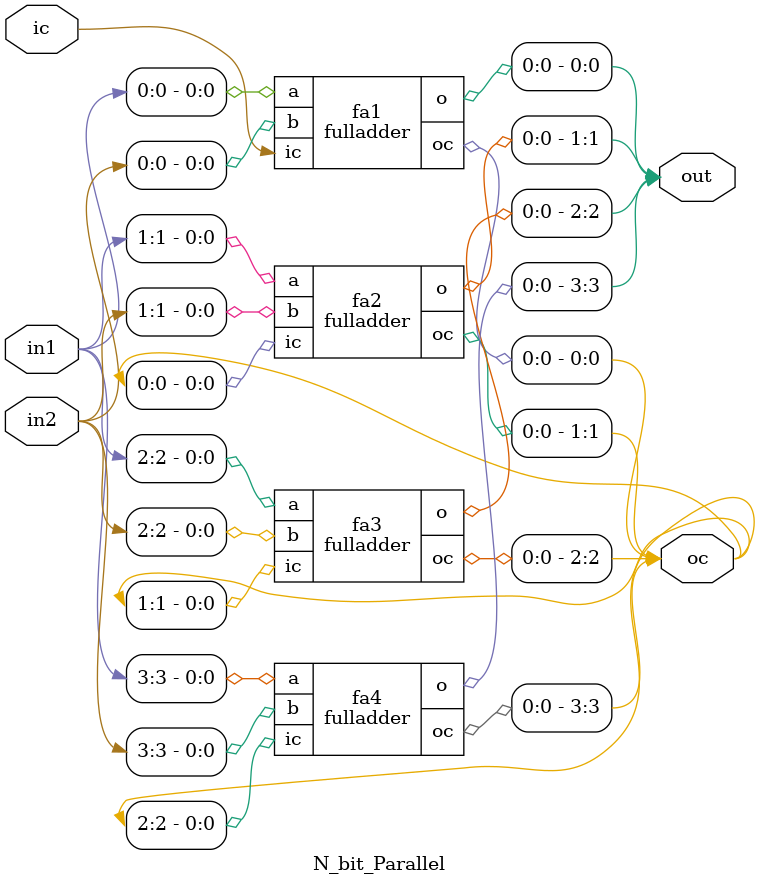
<source format=v>
`timescale 1ns / 1ps
module fulladder(a,b,ic,o,oc);
 
input a,b,ic;
 
output o,oc;
 
assign o = (~ic & ((a & ~b) | (~a & b)) ) | (ic & ~((a & ~b) | (~a & b)) );
 
assign oc = (a & b) | (b & ic) | (ic & a);
 
endmodule

module N_bit_Parallel(in1,in2,ic,out,oc);

input [3:0]in1;
 
input [3:0]in2;
 
input ic;
 
output [3:0]out;
 
output [3:0]oc;
 
fulladder fa1(in1[0],in2[0],ic,out[0],oc[0]);
 
fulladder fa2(in1[1],in2[1],oc[0],out[1],oc[1]);
 
fulladder fa3(in1[2],in2[2],oc[1],out[2],oc[2]);
 
fulladder fa4(in1[3],in2[3],oc[2],out[3],oc[3]);

endmodule

</source>
